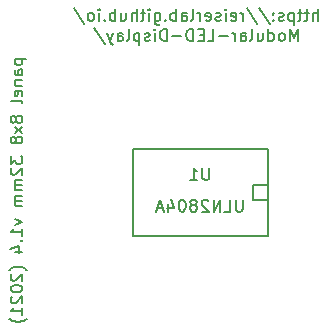
<source format=gbo>
%TF.GenerationSoftware,KiCad,Pcbnew,5.1.10*%
%TF.CreationDate,2021-11-10T14:40:26-05:00*%
%TF.ProjectId,panel_8x8_32mm,70616e65-6c5f-4387-9838-5f33326d6d2e,rev?*%
%TF.SameCoordinates,Original*%
%TF.FileFunction,Legend,Bot*%
%TF.FilePolarity,Positive*%
%FSLAX46Y46*%
G04 Gerber Fmt 4.6, Leading zero omitted, Abs format (unit mm)*
G04 Created by KiCad (PCBNEW 5.1.10) date 2021-11-10 14:40:26*
%MOMM*%
%LPD*%
G01*
G04 APERTURE LIST*
%ADD10C,0.200660*%
%ADD11C,0.203200*%
G04 APERTURE END LIST*
D10*
X126765876Y-70151824D02*
X126765876Y-69151064D01*
X126336979Y-70151824D02*
X126336979Y-69627617D01*
X126384634Y-69532306D01*
X126479944Y-69484651D01*
X126622910Y-69484651D01*
X126718220Y-69532306D01*
X126765876Y-69579961D01*
X126003392Y-69484651D02*
X125622150Y-69484651D01*
X125860426Y-69151064D02*
X125860426Y-70008859D01*
X125812771Y-70104169D01*
X125717460Y-70151824D01*
X125622150Y-70151824D01*
X125431529Y-69484651D02*
X125050287Y-69484651D01*
X125288563Y-69151064D02*
X125288563Y-70008859D01*
X125240908Y-70104169D01*
X125145598Y-70151824D01*
X125050287Y-70151824D01*
X124716700Y-69484651D02*
X124716700Y-70485411D01*
X124716700Y-69532306D02*
X124621390Y-69484651D01*
X124430769Y-69484651D01*
X124335459Y-69532306D01*
X124287803Y-69579961D01*
X124240148Y-69675272D01*
X124240148Y-69961203D01*
X124287803Y-70056514D01*
X124335459Y-70104169D01*
X124430769Y-70151824D01*
X124621390Y-70151824D01*
X124716700Y-70104169D01*
X123858906Y-70104169D02*
X123763596Y-70151824D01*
X123572975Y-70151824D01*
X123477664Y-70104169D01*
X123430009Y-70008859D01*
X123430009Y-69961203D01*
X123477664Y-69865893D01*
X123572975Y-69818238D01*
X123715940Y-69818238D01*
X123811251Y-69770582D01*
X123858906Y-69675272D01*
X123858906Y-69627617D01*
X123811251Y-69532306D01*
X123715940Y-69484651D01*
X123572975Y-69484651D01*
X123477664Y-69532306D01*
X123001112Y-70056514D02*
X122953457Y-70104169D01*
X123001112Y-70151824D01*
X123048767Y-70104169D01*
X123001112Y-70056514D01*
X123001112Y-70151824D01*
X123001112Y-69532306D02*
X122953457Y-69579961D01*
X123001112Y-69627617D01*
X123048767Y-69579961D01*
X123001112Y-69532306D01*
X123001112Y-69627617D01*
X121809731Y-69103409D02*
X122667525Y-70390100D01*
X120761316Y-69103409D02*
X121619110Y-70390100D01*
X120427729Y-70151824D02*
X120427729Y-69484651D01*
X120427729Y-69675272D02*
X120380074Y-69579961D01*
X120332419Y-69532306D01*
X120237108Y-69484651D01*
X120141798Y-69484651D01*
X119426969Y-70104169D02*
X119522280Y-70151824D01*
X119712900Y-70151824D01*
X119808211Y-70104169D01*
X119855866Y-70008859D01*
X119855866Y-69627617D01*
X119808211Y-69532306D01*
X119712900Y-69484651D01*
X119522280Y-69484651D01*
X119426969Y-69532306D01*
X119379314Y-69627617D01*
X119379314Y-69722927D01*
X119855866Y-69818238D01*
X118950417Y-70151824D02*
X118950417Y-69484651D01*
X118950417Y-69151064D02*
X118998072Y-69198720D01*
X118950417Y-69246375D01*
X118902761Y-69198720D01*
X118950417Y-69151064D01*
X118950417Y-69246375D01*
X118521520Y-70104169D02*
X118426209Y-70151824D01*
X118235588Y-70151824D01*
X118140278Y-70104169D01*
X118092622Y-70008859D01*
X118092622Y-69961203D01*
X118140278Y-69865893D01*
X118235588Y-69818238D01*
X118378554Y-69818238D01*
X118473864Y-69770582D01*
X118521520Y-69675272D01*
X118521520Y-69627617D01*
X118473864Y-69532306D01*
X118378554Y-69484651D01*
X118235588Y-69484651D01*
X118140278Y-69532306D01*
X117282483Y-70104169D02*
X117377794Y-70151824D01*
X117568415Y-70151824D01*
X117663725Y-70104169D01*
X117711380Y-70008859D01*
X117711380Y-69627617D01*
X117663725Y-69532306D01*
X117568415Y-69484651D01*
X117377794Y-69484651D01*
X117282483Y-69532306D01*
X117234828Y-69627617D01*
X117234828Y-69722927D01*
X117711380Y-69818238D01*
X116805931Y-70151824D02*
X116805931Y-69484651D01*
X116805931Y-69675272D02*
X116758276Y-69579961D01*
X116710620Y-69532306D01*
X116615310Y-69484651D01*
X116520000Y-69484651D01*
X116043447Y-70151824D02*
X116138758Y-70104169D01*
X116186413Y-70008859D01*
X116186413Y-69151064D01*
X115233308Y-70151824D02*
X115233308Y-69627617D01*
X115280963Y-69532306D01*
X115376274Y-69484651D01*
X115566895Y-69484651D01*
X115662205Y-69532306D01*
X115233308Y-70104169D02*
X115328619Y-70151824D01*
X115566895Y-70151824D01*
X115662205Y-70104169D01*
X115709860Y-70008859D01*
X115709860Y-69913548D01*
X115662205Y-69818238D01*
X115566895Y-69770582D01*
X115328619Y-69770582D01*
X115233308Y-69722927D01*
X114756756Y-70151824D02*
X114756756Y-69151064D01*
X114756756Y-69532306D02*
X114661445Y-69484651D01*
X114470824Y-69484651D01*
X114375514Y-69532306D01*
X114327859Y-69579961D01*
X114280203Y-69675272D01*
X114280203Y-69961203D01*
X114327859Y-70056514D01*
X114375514Y-70104169D01*
X114470824Y-70151824D01*
X114661445Y-70151824D01*
X114756756Y-70104169D01*
X113851306Y-70056514D02*
X113803651Y-70104169D01*
X113851306Y-70151824D01*
X113898961Y-70104169D01*
X113851306Y-70056514D01*
X113851306Y-70151824D01*
X112945857Y-69484651D02*
X112945857Y-70294790D01*
X112993512Y-70390100D01*
X113041167Y-70437756D01*
X113136478Y-70485411D01*
X113279443Y-70485411D01*
X113374754Y-70437756D01*
X112945857Y-70104169D02*
X113041167Y-70151824D01*
X113231788Y-70151824D01*
X113327099Y-70104169D01*
X113374754Y-70056514D01*
X113422409Y-69961203D01*
X113422409Y-69675272D01*
X113374754Y-69579961D01*
X113327099Y-69532306D01*
X113231788Y-69484651D01*
X113041167Y-69484651D01*
X112945857Y-69532306D01*
X112469304Y-70151824D02*
X112469304Y-69484651D01*
X112469304Y-69151064D02*
X112516960Y-69198720D01*
X112469304Y-69246375D01*
X112421649Y-69198720D01*
X112469304Y-69151064D01*
X112469304Y-69246375D01*
X112135718Y-69484651D02*
X111754476Y-69484651D01*
X111992752Y-69151064D02*
X111992752Y-70008859D01*
X111945097Y-70104169D01*
X111849786Y-70151824D01*
X111754476Y-70151824D01*
X111420889Y-70151824D02*
X111420889Y-69151064D01*
X110991992Y-70151824D02*
X110991992Y-69627617D01*
X111039647Y-69532306D01*
X111134958Y-69484651D01*
X111277923Y-69484651D01*
X111373234Y-69532306D01*
X111420889Y-69579961D01*
X110086542Y-69484651D02*
X110086542Y-70151824D01*
X110515440Y-69484651D02*
X110515440Y-70008859D01*
X110467784Y-70104169D01*
X110372474Y-70151824D01*
X110229508Y-70151824D01*
X110134198Y-70104169D01*
X110086542Y-70056514D01*
X109609990Y-70151824D02*
X109609990Y-69151064D01*
X109609990Y-69532306D02*
X109514680Y-69484651D01*
X109324059Y-69484651D01*
X109228748Y-69532306D01*
X109181093Y-69579961D01*
X109133438Y-69675272D01*
X109133438Y-69961203D01*
X109181093Y-70056514D01*
X109228748Y-70104169D01*
X109324059Y-70151824D01*
X109514680Y-70151824D01*
X109609990Y-70104169D01*
X108704540Y-70056514D02*
X108656885Y-70104169D01*
X108704540Y-70151824D01*
X108752196Y-70104169D01*
X108704540Y-70056514D01*
X108704540Y-70151824D01*
X108227988Y-70151824D02*
X108227988Y-69484651D01*
X108227988Y-69151064D02*
X108275643Y-69198720D01*
X108227988Y-69246375D01*
X108180333Y-69198720D01*
X108227988Y-69151064D01*
X108227988Y-69246375D01*
X107608470Y-70151824D02*
X107703780Y-70104169D01*
X107751436Y-70056514D01*
X107799091Y-69961203D01*
X107799091Y-69675272D01*
X107751436Y-69579961D01*
X107703780Y-69532306D01*
X107608470Y-69484651D01*
X107465504Y-69484651D01*
X107370194Y-69532306D01*
X107322539Y-69579961D01*
X107274883Y-69675272D01*
X107274883Y-69961203D01*
X107322539Y-70056514D01*
X107370194Y-70104169D01*
X107465504Y-70151824D01*
X107608470Y-70151824D01*
X106131158Y-69103409D02*
X106988952Y-70390100D01*
X125050287Y-71853624D02*
X125050287Y-70852864D01*
X124716700Y-71567693D01*
X124383114Y-70852864D01*
X124383114Y-71853624D01*
X123763596Y-71853624D02*
X123858906Y-71805969D01*
X123906561Y-71758314D01*
X123954217Y-71663003D01*
X123954217Y-71377072D01*
X123906561Y-71281761D01*
X123858906Y-71234106D01*
X123763596Y-71186451D01*
X123620630Y-71186451D01*
X123525320Y-71234106D01*
X123477664Y-71281761D01*
X123430009Y-71377072D01*
X123430009Y-71663003D01*
X123477664Y-71758314D01*
X123525320Y-71805969D01*
X123620630Y-71853624D01*
X123763596Y-71853624D01*
X122572215Y-71853624D02*
X122572215Y-70852864D01*
X122572215Y-71805969D02*
X122667525Y-71853624D01*
X122858146Y-71853624D01*
X122953457Y-71805969D01*
X123001112Y-71758314D01*
X123048767Y-71663003D01*
X123048767Y-71377072D01*
X123001112Y-71281761D01*
X122953457Y-71234106D01*
X122858146Y-71186451D01*
X122667525Y-71186451D01*
X122572215Y-71234106D01*
X121666765Y-71186451D02*
X121666765Y-71853624D01*
X122095662Y-71186451D02*
X122095662Y-71710659D01*
X122048007Y-71805969D01*
X121952697Y-71853624D01*
X121809731Y-71853624D01*
X121714420Y-71805969D01*
X121666765Y-71758314D01*
X121047247Y-71853624D02*
X121142558Y-71805969D01*
X121190213Y-71710659D01*
X121190213Y-70852864D01*
X120237108Y-71853624D02*
X120237108Y-71329417D01*
X120284763Y-71234106D01*
X120380074Y-71186451D01*
X120570695Y-71186451D01*
X120666005Y-71234106D01*
X120237108Y-71805969D02*
X120332419Y-71853624D01*
X120570695Y-71853624D01*
X120666005Y-71805969D01*
X120713660Y-71710659D01*
X120713660Y-71615348D01*
X120666005Y-71520038D01*
X120570695Y-71472382D01*
X120332419Y-71472382D01*
X120237108Y-71424727D01*
X119760556Y-71853624D02*
X119760556Y-71186451D01*
X119760556Y-71377072D02*
X119712900Y-71281761D01*
X119665245Y-71234106D01*
X119569935Y-71186451D01*
X119474624Y-71186451D01*
X119141038Y-71472382D02*
X118378554Y-71472382D01*
X117425449Y-71853624D02*
X117902001Y-71853624D01*
X117902001Y-70852864D01*
X117091862Y-71329417D02*
X116758276Y-71329417D01*
X116615310Y-71853624D02*
X117091862Y-71853624D01*
X117091862Y-70852864D01*
X116615310Y-70852864D01*
X116186413Y-71853624D02*
X116186413Y-70852864D01*
X115948137Y-70852864D01*
X115805171Y-70900520D01*
X115709860Y-70995830D01*
X115662205Y-71091140D01*
X115614550Y-71281761D01*
X115614550Y-71424727D01*
X115662205Y-71615348D01*
X115709860Y-71710659D01*
X115805171Y-71805969D01*
X115948137Y-71853624D01*
X116186413Y-71853624D01*
X115185653Y-71472382D02*
X114423169Y-71472382D01*
X113946617Y-71853624D02*
X113946617Y-70852864D01*
X113708340Y-70852864D01*
X113565375Y-70900520D01*
X113470064Y-70995830D01*
X113422409Y-71091140D01*
X113374754Y-71281761D01*
X113374754Y-71424727D01*
X113422409Y-71615348D01*
X113470064Y-71710659D01*
X113565375Y-71805969D01*
X113708340Y-71853624D01*
X113946617Y-71853624D01*
X112945857Y-71853624D02*
X112945857Y-71186451D01*
X112945857Y-70852864D02*
X112993512Y-70900520D01*
X112945857Y-70948175D01*
X112898201Y-70900520D01*
X112945857Y-70852864D01*
X112945857Y-70948175D01*
X112516960Y-71805969D02*
X112421649Y-71853624D01*
X112231028Y-71853624D01*
X112135718Y-71805969D01*
X112088062Y-71710659D01*
X112088062Y-71663003D01*
X112135718Y-71567693D01*
X112231028Y-71520038D01*
X112373994Y-71520038D01*
X112469304Y-71472382D01*
X112516960Y-71377072D01*
X112516960Y-71329417D01*
X112469304Y-71234106D01*
X112373994Y-71186451D01*
X112231028Y-71186451D01*
X112135718Y-71234106D01*
X111659165Y-71186451D02*
X111659165Y-72187211D01*
X111659165Y-71234106D02*
X111563855Y-71186451D01*
X111373234Y-71186451D01*
X111277923Y-71234106D01*
X111230268Y-71281761D01*
X111182613Y-71377072D01*
X111182613Y-71663003D01*
X111230268Y-71758314D01*
X111277923Y-71805969D01*
X111373234Y-71853624D01*
X111563855Y-71853624D01*
X111659165Y-71805969D01*
X110610750Y-71853624D02*
X110706060Y-71805969D01*
X110753716Y-71710659D01*
X110753716Y-70852864D01*
X109800611Y-71853624D02*
X109800611Y-71329417D01*
X109848266Y-71234106D01*
X109943577Y-71186451D01*
X110134198Y-71186451D01*
X110229508Y-71234106D01*
X109800611Y-71805969D02*
X109895921Y-71853624D01*
X110134198Y-71853624D01*
X110229508Y-71805969D01*
X110277163Y-71710659D01*
X110277163Y-71615348D01*
X110229508Y-71520038D01*
X110134198Y-71472382D01*
X109895921Y-71472382D01*
X109800611Y-71424727D01*
X109419369Y-71186451D02*
X109181093Y-71853624D01*
X108942817Y-71186451D02*
X109181093Y-71853624D01*
X109276403Y-72091900D01*
X109324059Y-72139556D01*
X109419369Y-72187211D01*
X107846746Y-70805209D02*
X108704540Y-72091900D01*
X101085551Y-73392501D02*
X102086311Y-73392501D01*
X101133206Y-73392501D02*
X101085551Y-73487812D01*
X101085551Y-73678433D01*
X101133206Y-73773743D01*
X101180861Y-73821399D01*
X101276172Y-73869054D01*
X101562103Y-73869054D01*
X101657414Y-73821399D01*
X101705069Y-73773743D01*
X101752724Y-73678433D01*
X101752724Y-73487812D01*
X101705069Y-73392501D01*
X101752724Y-74726848D02*
X101228517Y-74726848D01*
X101133206Y-74679193D01*
X101085551Y-74583882D01*
X101085551Y-74393261D01*
X101133206Y-74297951D01*
X101705069Y-74726848D02*
X101752724Y-74631538D01*
X101752724Y-74393261D01*
X101705069Y-74297951D01*
X101609759Y-74250296D01*
X101514448Y-74250296D01*
X101419138Y-74297951D01*
X101371482Y-74393261D01*
X101371482Y-74631538D01*
X101323827Y-74726848D01*
X101085551Y-75203400D02*
X101752724Y-75203400D01*
X101180861Y-75203400D02*
X101133206Y-75251056D01*
X101085551Y-75346366D01*
X101085551Y-75489332D01*
X101133206Y-75584642D01*
X101228517Y-75632298D01*
X101752724Y-75632298D01*
X101705069Y-76490092D02*
X101752724Y-76394781D01*
X101752724Y-76204160D01*
X101705069Y-76108850D01*
X101609759Y-76061195D01*
X101228517Y-76061195D01*
X101133206Y-76108850D01*
X101085551Y-76204160D01*
X101085551Y-76394781D01*
X101133206Y-76490092D01*
X101228517Y-76537747D01*
X101323827Y-76537747D01*
X101419138Y-76061195D01*
X101752724Y-77109610D02*
X101705069Y-77014300D01*
X101609759Y-76966644D01*
X100751964Y-76966644D01*
X101180861Y-78396301D02*
X101133206Y-78300991D01*
X101085551Y-78253336D01*
X100990240Y-78205680D01*
X100942585Y-78205680D01*
X100847275Y-78253336D01*
X100799620Y-78300991D01*
X100751964Y-78396301D01*
X100751964Y-78586922D01*
X100799620Y-78682233D01*
X100847275Y-78729888D01*
X100942585Y-78777543D01*
X100990240Y-78777543D01*
X101085551Y-78729888D01*
X101133206Y-78682233D01*
X101180861Y-78586922D01*
X101180861Y-78396301D01*
X101228517Y-78300991D01*
X101276172Y-78253336D01*
X101371482Y-78205680D01*
X101562103Y-78205680D01*
X101657414Y-78253336D01*
X101705069Y-78300991D01*
X101752724Y-78396301D01*
X101752724Y-78586922D01*
X101705069Y-78682233D01*
X101657414Y-78729888D01*
X101562103Y-78777543D01*
X101371482Y-78777543D01*
X101276172Y-78729888D01*
X101228517Y-78682233D01*
X101180861Y-78586922D01*
X101752724Y-79111130D02*
X101085551Y-79635338D01*
X101085551Y-79111130D02*
X101752724Y-79635338D01*
X101180861Y-80159545D02*
X101133206Y-80064235D01*
X101085551Y-80016580D01*
X100990240Y-79968924D01*
X100942585Y-79968924D01*
X100847275Y-80016580D01*
X100799620Y-80064235D01*
X100751964Y-80159545D01*
X100751964Y-80350166D01*
X100799620Y-80445477D01*
X100847275Y-80493132D01*
X100942585Y-80540787D01*
X100990240Y-80540787D01*
X101085551Y-80493132D01*
X101133206Y-80445477D01*
X101180861Y-80350166D01*
X101180861Y-80159545D01*
X101228517Y-80064235D01*
X101276172Y-80016580D01*
X101371482Y-79968924D01*
X101562103Y-79968924D01*
X101657414Y-80016580D01*
X101705069Y-80064235D01*
X101752724Y-80159545D01*
X101752724Y-80350166D01*
X101705069Y-80445477D01*
X101657414Y-80493132D01*
X101562103Y-80540787D01*
X101371482Y-80540787D01*
X101276172Y-80493132D01*
X101228517Y-80445477D01*
X101180861Y-80350166D01*
X100751964Y-81636858D02*
X100751964Y-82256376D01*
X101133206Y-81922789D01*
X101133206Y-82065755D01*
X101180861Y-82161065D01*
X101228517Y-82208720D01*
X101323827Y-82256376D01*
X101562103Y-82256376D01*
X101657414Y-82208720D01*
X101705069Y-82161065D01*
X101752724Y-82065755D01*
X101752724Y-81779823D01*
X101705069Y-81684513D01*
X101657414Y-81636858D01*
X100847275Y-82637618D02*
X100799620Y-82685273D01*
X100751964Y-82780583D01*
X100751964Y-83018859D01*
X100799620Y-83114170D01*
X100847275Y-83161825D01*
X100942585Y-83209480D01*
X101037896Y-83209480D01*
X101180861Y-83161825D01*
X101752724Y-82589962D01*
X101752724Y-83209480D01*
X101752724Y-83638378D02*
X101085551Y-83638378D01*
X101180861Y-83638378D02*
X101133206Y-83686033D01*
X101085551Y-83781343D01*
X101085551Y-83924309D01*
X101133206Y-84019619D01*
X101228517Y-84067275D01*
X101752724Y-84067275D01*
X101228517Y-84067275D02*
X101133206Y-84114930D01*
X101085551Y-84210240D01*
X101085551Y-84353206D01*
X101133206Y-84448517D01*
X101228517Y-84496172D01*
X101752724Y-84496172D01*
X101752724Y-84972724D02*
X101085551Y-84972724D01*
X101180861Y-84972724D02*
X101133206Y-85020379D01*
X101085551Y-85115690D01*
X101085551Y-85258656D01*
X101133206Y-85353966D01*
X101228517Y-85401621D01*
X101752724Y-85401621D01*
X101228517Y-85401621D02*
X101133206Y-85449277D01*
X101085551Y-85544587D01*
X101085551Y-85687553D01*
X101133206Y-85782863D01*
X101228517Y-85830519D01*
X101752724Y-85830519D01*
X101085551Y-86974244D02*
X101752724Y-87212520D01*
X101085551Y-87450797D01*
X101752724Y-88356246D02*
X101752724Y-87784383D01*
X101752724Y-88070315D02*
X100751964Y-88070315D01*
X100894930Y-87975004D01*
X100990240Y-87879694D01*
X101037896Y-87784383D01*
X101657414Y-88785143D02*
X101705069Y-88832799D01*
X101752724Y-88785143D01*
X101705069Y-88737488D01*
X101657414Y-88785143D01*
X101752724Y-88785143D01*
X101085551Y-89690593D02*
X101752724Y-89690593D01*
X100704309Y-89452317D02*
X101419138Y-89214040D01*
X101419138Y-89833559D01*
X102133966Y-91263216D02*
X102086311Y-91215560D01*
X101943345Y-91120250D01*
X101848035Y-91072595D01*
X101705069Y-91024939D01*
X101466793Y-90977284D01*
X101276172Y-90977284D01*
X101037896Y-91024939D01*
X100894930Y-91072595D01*
X100799620Y-91120250D01*
X100656654Y-91215560D01*
X100608999Y-91263216D01*
X100847275Y-91596802D02*
X100799620Y-91644458D01*
X100751964Y-91739768D01*
X100751964Y-91978044D01*
X100799620Y-92073355D01*
X100847275Y-92121010D01*
X100942585Y-92168665D01*
X101037896Y-92168665D01*
X101180861Y-92121010D01*
X101752724Y-91549147D01*
X101752724Y-92168665D01*
X100751964Y-92788183D02*
X100751964Y-92883494D01*
X100799620Y-92978804D01*
X100847275Y-93026459D01*
X100942585Y-93074115D01*
X101133206Y-93121770D01*
X101371482Y-93121770D01*
X101562103Y-93074115D01*
X101657414Y-93026459D01*
X101705069Y-92978804D01*
X101752724Y-92883494D01*
X101752724Y-92788183D01*
X101705069Y-92692873D01*
X101657414Y-92645218D01*
X101562103Y-92597562D01*
X101371482Y-92549907D01*
X101133206Y-92549907D01*
X100942585Y-92597562D01*
X100847275Y-92645218D01*
X100799620Y-92692873D01*
X100751964Y-92788183D01*
X100847275Y-93503012D02*
X100799620Y-93550667D01*
X100751964Y-93645978D01*
X100751964Y-93884254D01*
X100799620Y-93979564D01*
X100847275Y-94027219D01*
X100942585Y-94074875D01*
X101037896Y-94074875D01*
X101180861Y-94027219D01*
X101752724Y-93455357D01*
X101752724Y-94074875D01*
X101752724Y-95027979D02*
X101752724Y-94456117D01*
X101752724Y-94742048D02*
X100751964Y-94742048D01*
X100894930Y-94646738D01*
X100990240Y-94551427D01*
X101037896Y-94456117D01*
X102133966Y-95361566D02*
X102086311Y-95409221D01*
X101943345Y-95504532D01*
X101848035Y-95552187D01*
X101705069Y-95599842D01*
X101466793Y-95647498D01*
X101276172Y-95647498D01*
X101037896Y-95599842D01*
X100894930Y-95552187D01*
X100799620Y-95504532D01*
X100656654Y-95409221D01*
X100608999Y-95361566D01*
D11*
%TO.C,U1*%
X122499120Y-81018380D02*
X111069120Y-81018380D01*
X122499120Y-88379300D02*
X111069120Y-88389460D01*
X122499120Y-88379300D02*
X122499120Y-81018380D01*
X111069120Y-88379300D02*
X111069120Y-81018380D01*
X122514360Y-84063840D02*
X121244360Y-84063840D01*
X121244360Y-84063840D02*
X121244360Y-85333840D01*
X121244360Y-85333840D02*
X122514360Y-85333840D01*
X117573455Y-82618459D02*
X117573455Y-83440935D01*
X117525074Y-83537697D01*
X117476693Y-83586078D01*
X117379931Y-83634459D01*
X117186407Y-83634459D01*
X117089645Y-83586078D01*
X117041264Y-83537697D01*
X116992883Y-83440935D01*
X116992883Y-82618459D01*
X115976883Y-83634459D02*
X116557455Y-83634459D01*
X116267169Y-83634459D02*
X116267169Y-82618459D01*
X116363931Y-82763601D01*
X116460693Y-82860363D01*
X116557455Y-82908744D01*
X120403740Y-85285459D02*
X120403740Y-86107935D01*
X120355360Y-86204697D01*
X120306979Y-86253078D01*
X120210217Y-86301459D01*
X120016693Y-86301459D01*
X119919931Y-86253078D01*
X119871550Y-86204697D01*
X119823169Y-86107935D01*
X119823169Y-85285459D01*
X118855550Y-86301459D02*
X119339360Y-86301459D01*
X119339360Y-85285459D01*
X118516883Y-86301459D02*
X118516883Y-85285459D01*
X117936312Y-86301459D01*
X117936312Y-85285459D01*
X117500883Y-85382220D02*
X117452502Y-85333840D01*
X117355740Y-85285459D01*
X117113836Y-85285459D01*
X117017074Y-85333840D01*
X116968693Y-85382220D01*
X116920312Y-85478982D01*
X116920312Y-85575744D01*
X116968693Y-85720887D01*
X117549264Y-86301459D01*
X116920312Y-86301459D01*
X116339740Y-85720887D02*
X116436502Y-85672506D01*
X116484883Y-85624125D01*
X116533264Y-85527363D01*
X116533264Y-85478982D01*
X116484883Y-85382220D01*
X116436502Y-85333840D01*
X116339740Y-85285459D01*
X116146217Y-85285459D01*
X116049455Y-85333840D01*
X116001074Y-85382220D01*
X115952693Y-85478982D01*
X115952693Y-85527363D01*
X116001074Y-85624125D01*
X116049455Y-85672506D01*
X116146217Y-85720887D01*
X116339740Y-85720887D01*
X116436502Y-85769268D01*
X116484883Y-85817649D01*
X116533264Y-85914411D01*
X116533264Y-86107935D01*
X116484883Y-86204697D01*
X116436502Y-86253078D01*
X116339740Y-86301459D01*
X116146217Y-86301459D01*
X116049455Y-86253078D01*
X116001074Y-86204697D01*
X115952693Y-86107935D01*
X115952693Y-85914411D01*
X116001074Y-85817649D01*
X116049455Y-85769268D01*
X116146217Y-85720887D01*
X115323740Y-85285459D02*
X115226979Y-85285459D01*
X115130217Y-85333840D01*
X115081836Y-85382220D01*
X115033455Y-85478982D01*
X114985074Y-85672506D01*
X114985074Y-85914411D01*
X115033455Y-86107935D01*
X115081836Y-86204697D01*
X115130217Y-86253078D01*
X115226979Y-86301459D01*
X115323740Y-86301459D01*
X115420502Y-86253078D01*
X115468883Y-86204697D01*
X115517264Y-86107935D01*
X115565645Y-85914411D01*
X115565645Y-85672506D01*
X115517264Y-85478982D01*
X115468883Y-85382220D01*
X115420502Y-85333840D01*
X115323740Y-85285459D01*
X114114217Y-85624125D02*
X114114217Y-86301459D01*
X114356121Y-85237078D02*
X114598026Y-85962792D01*
X113969074Y-85962792D01*
X113630407Y-86011173D02*
X113146598Y-86011173D01*
X113727169Y-86301459D02*
X113388502Y-85285459D01*
X113049836Y-86301459D01*
%TD*%
M02*

</source>
